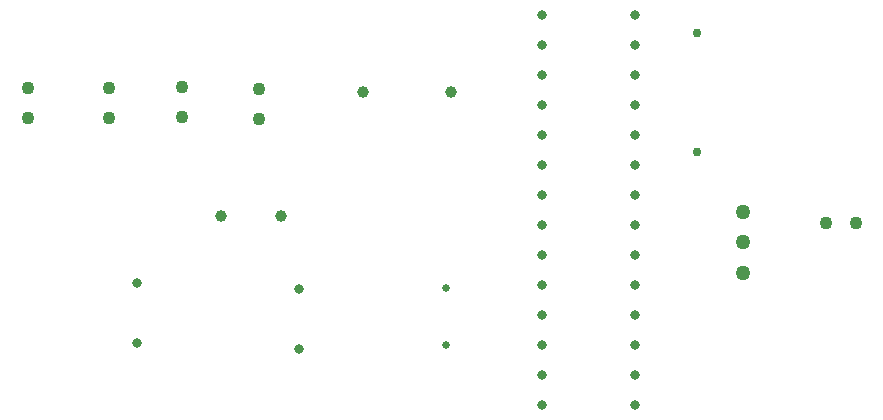
<source format=gbr>
%TF.GenerationSoftware,Altium Limited,Altium Designer,23.0.1 (38)*%
G04 Layer_Color=0*
%FSLAX45Y45*%
%MOMM*%
%TF.SameCoordinates,EEB749D1-378B-4D6E-888E-37D0F6B4ACBA*%
%TF.FilePolarity,Positive*%
%TF.FileFunction,Plated,1,2,PTH,Drill*%
%TF.Part,Single*%
G01*
G75*
%TA.AperFunction,ComponentDrill*%
%ADD43C,1.00000*%
%ADD44C,0.80000*%
%ADD45C,1.27000*%
%ADD46C,0.63000*%
%ADD47C,1.10000*%
%ADD48C,1.10000*%
%ADD49C,0.83000*%
%ADD50C,0.75000*%
%ADD51C,0.99060*%
D43*
X8375300Y8542400D02*
D03*
X9125300D02*
D03*
D44*
X7835900Y6870700D02*
D03*
Y6362700D02*
D03*
X6464300Y6413500D02*
D03*
Y6921500D02*
D03*
D45*
X11595100Y7520400D02*
D03*
Y7265400D02*
D03*
Y7010400D02*
D03*
D46*
X9080500Y6881400D02*
D03*
Y6393400D02*
D03*
D47*
X6845300Y8585200D02*
D03*
Y8331200D02*
D03*
X7493000Y8567800D02*
D03*
Y8313800D02*
D03*
X6223000Y8572500D02*
D03*
Y8318500D02*
D03*
X5537200Y8572500D02*
D03*
Y8318500D02*
D03*
D48*
X12293600Y7429500D02*
D03*
X12547600D02*
D03*
D49*
X9893300Y9190100D02*
D03*
Y8936100D02*
D03*
Y8682100D02*
D03*
Y8428100D02*
D03*
Y8174100D02*
D03*
Y7920100D02*
D03*
Y7666100D02*
D03*
Y7412100D02*
D03*
Y7158100D02*
D03*
Y6904100D02*
D03*
Y6650100D02*
D03*
Y6396100D02*
D03*
Y6142100D02*
D03*
Y5888100D02*
D03*
X10680700D02*
D03*
Y6142100D02*
D03*
Y6396100D02*
D03*
Y6650100D02*
D03*
Y6904100D02*
D03*
Y7158100D02*
D03*
Y7412100D02*
D03*
Y7666100D02*
D03*
Y7920100D02*
D03*
Y8174100D02*
D03*
Y8428100D02*
D03*
Y8682100D02*
D03*
Y8936100D02*
D03*
Y9190100D02*
D03*
D50*
X11201400Y9034400D02*
D03*
Y8034400D02*
D03*
D51*
X7679690Y7493000D02*
D03*
X7179310D02*
D03*
%TF.MD5,e5b7d9640a8ef591a590b97cb1919009*%
M02*

</source>
